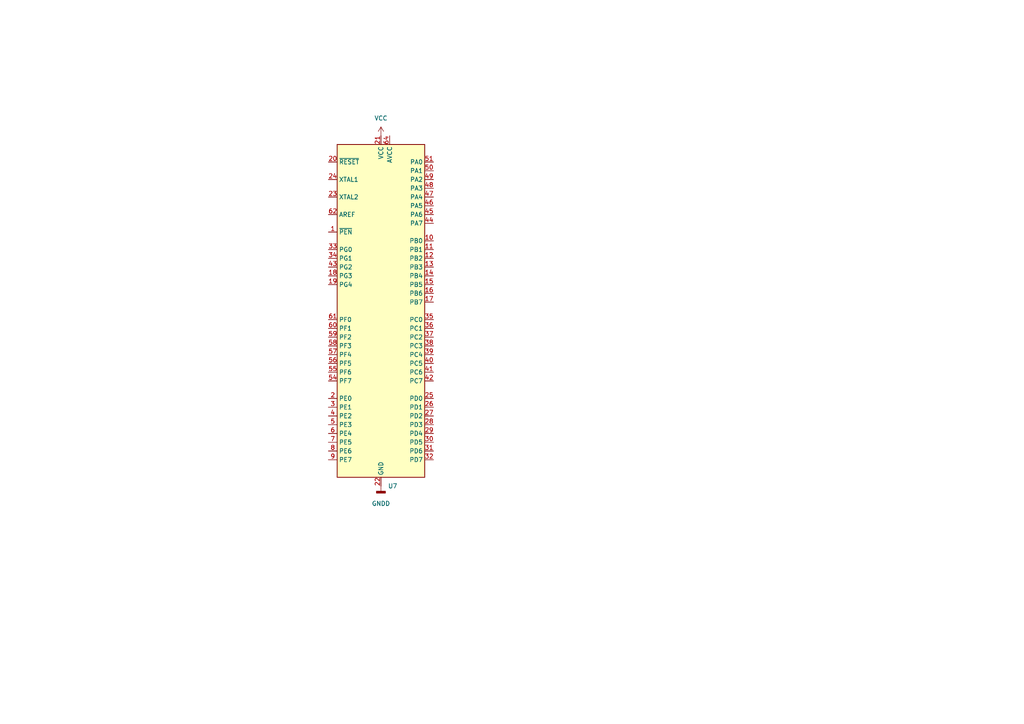
<source format=kicad_sch>
(kicad_sch (version 20211123) (generator eeschema)
  (paper "A4")
  (lib_symbols
    (symbol "MCU_Microchip_ATmega:ATmega128A-A"
      (property "Reference" "U" (at -12.7 49.53 0))
      (property "Value" "ATmega128A-A" (at 2.54 -49.53 0))
      (symbol "ATmega128A-A_0_1"
        (rectangle (start -12.7 -48.26) (end 12.7 48.26) (stroke (width 0.254)) (fill (type background)))
      )
      (symbol "ATmega128A-A_1_1"
        (pin input line (at -15.24 22.86 0) (length 2.54) (name "~{PEN}") (number "1"))
        (pin bidirectional line (at 15.24 20.32 180) (length 2.54) (name "PB0") (number "10"))
        (pin bidirectional line (at 15.24 17.78 180) (length 2.54) (name "PB1") (number "11"))
        (pin bidirectional line (at 15.24 15.24 180) (length 2.54) (name "PB2") (number "12"))
        (pin bidirectional line (at 15.24 12.7 180) (length 2.54) (name "PB3") (number "13"))
        (pin bidirectional line (at 15.24 10.16 180) (length 2.54) (name "PB4") (number "14"))
        (pin bidirectional line (at 15.24 7.62 180) (length 2.54) (name "PB5") (number "15"))
        (pin bidirectional line (at 15.24 5.08 180) (length 2.54) (name "PB6") (number "16"))
        (pin bidirectional line (at 15.24 2.54 180) (length 2.54) (name "PB7") (number "17"))
        (pin bidirectional line (at -15.24 10.16 0) (length 2.54) (name "PG3") (number "18"))
        (pin bidirectional line (at -15.24 7.62 0) (length 2.54) (name "PG4") (number "19"))
        (pin bidirectional line (at -15.24 -25.4 0) (length 2.54) (name "PE0") (number "2"))
        (pin input line (at -15.24 43.18 0) (length 2.54) (name "~{RESET}") (number "20"))
        (pin power_in line (at 0 50.8 270) (length 2.54) (name "VCC") (number "21"))
        (pin power_in line (at 0 -50.8 90) (length 2.54) (name "GND") (number "22"))
        (pin output line (at -15.24 33.02 0) (length 2.54) (name "XTAL2") (number "23"))
        (pin input line (at -15.24 38.1 0) (length 2.54) (name "XTAL1") (number "24"))
        (pin bidirectional line (at 15.24 -25.4 180) (length 2.54) (name "PD0") (number "25"))
        (pin bidirectional line (at 15.24 -27.94 180) (length 2.54) (name "PD1") (number "26"))
        (pin bidirectional line (at 15.24 -30.48 180) (length 2.54) (name "PD2") (number "27"))
        (pin bidirectional line (at 15.24 -33.02 180) (length 2.54) (name "PD3") (number "28"))
        (pin bidirectional line (at 15.24 -35.56 180) (length 2.54) (name "PD4") (number "29"))
        (pin bidirectional line (at -15.24 -27.94 0) (length 2.54) (name "PE1") (number "3"))
        (pin bidirectional line (at 15.24 -38.1 180) (length 2.54) (name "PD5") (number "30"))
        (pin bidirectional line (at 15.24 -40.64 180) (length 2.54) (name "PD6") (number "31"))
        (pin bidirectional line (at 15.24 -43.18 180) (length 2.54) (name "PD7") (number "32"))
        (pin bidirectional line (at -15.24 17.78 0) (length 2.54) (name "PG0") (number "33"))
        (pin bidirectional line (at -15.24 15.24 0) (length 2.54) (name "PG1") (number "34"))
        (pin bidirectional line (at 15.24 -2.54 180) (length 2.54) (name "PC0") (number "35"))
        (pin bidirectional line (at 15.24 -5.08 180) (length 2.54) (name "PC1") (number "36"))
        (pin bidirectional line (at 15.24 -7.62 180) (length 2.54) (name "PC2") (number "37"))
        (pin bidirectional line (at 15.24 -10.16 180) (length 2.54) (name "PC3") (number "38"))
        (pin bidirectional line (at 15.24 -12.7 180) (length 2.54) (name "PC4") (number "39"))
        (pin bidirectional line (at -15.24 -30.48 0) (length 2.54) (name "PE2") (number "4"))
        (pin bidirectional line (at 15.24 -15.24 180) (length 2.54) (name "PC5") (number "40"))
        (pin bidirectional line (at 15.24 -17.78 180) (length 2.54) (name "PC6") (number "41"))
        (pin bidirectional line (at 15.24 -20.32 180) (length 2.54) (name "PC7") (number "42"))
        (pin bidirectional line (at -15.24 12.7 0) (length 2.54) (name "PG2") (number "43"))
        (pin bidirectional line (at 15.24 25.4 180) (length 2.54) (name "PA7") (number "44"))
        (pin bidirectional line (at 15.24 27.94 180) (length 2.54) (name "PA6") (number "45"))
        (pin bidirectional line (at 15.24 30.48 180) (length 2.54) (name "PA5") (number "46"))
        (pin bidirectional line (at 15.24 33.02 180) (length 2.54) (name "PA4") (number "47"))
        (pin bidirectional line (at 15.24 35.56 180) (length 2.54) (name "PA3") (number "48"))
        (pin bidirectional line (at 15.24 38.1 180) (length 2.54) (name "PA2") (number "49"))
        (pin bidirectional line (at -15.24 -33.02 0) (length 2.54) (name "PE3") (number "5"))
        (pin bidirectional line (at 15.24 40.64 180) (length 2.54) (name "PA1") (number "50"))
        (pin bidirectional line (at 15.24 43.18 180) (length 2.54) (name "PA0") (number "51"))
        (pin passive line (at 0 50.8 270) (length 2.54) hide (name "VCC") (number "52"))
        (pin passive line (at 0 -50.8 90) (length 2.54) hide (name "GND") (number "53"))
        (pin bidirectional line (at -15.24 -20.32 0) (length 2.54) (name "PF7") (number "54"))
        (pin bidirectional line (at -15.24 -17.78 0) (length 2.54) (name "PF6") (number "55"))
        (pin bidirectional line (at -15.24 -15.24 0) (length 2.54) (name "PF5") (number "56"))
        (pin bidirectional line (at -15.24 -12.7 0) (length 2.54) (name "PF4") (number "57"))
        (pin bidirectional line (at -15.24 -10.16 0) (length 2.54) (name "PF3") (number "58"))
        (pin bidirectional line (at -15.24 -7.62 0) (length 2.54) (name "PF2") (number "59"))
        (pin bidirectional line (at -15.24 -35.56 0) (length 2.54) (name "PE4") (number "6"))
        (pin bidirectional line (at -15.24 -5.08 0) (length 2.54) (name "PF1") (number "60"))
        (pin bidirectional line (at -15.24 -2.54 0) (length 2.54) (name "PF0") (number "61"))
        (pin passive line (at -15.24 27.94 0) (length 2.54) (name "AREF") (number "62"))
        (pin passive line (at 0 -50.8 90) (length 2.54) hide (name "GND") (number "63"))
        (pin power_in line (at 2.54 50.8 270) (length 2.54) (name "AVCC") (number "64"))
        (pin bidirectional line (at -15.24 -38.1 0) (length 2.54) (name "PE5") (number "7"))
        (pin bidirectional line (at -15.24 -40.64 0) (length 2.54) (name "PE6") (number "8"))
        (pin bidirectional line (at -15.24 -43.18 0) (length 2.54) (name "PE7") (number "9"))
      )
    )
    (symbol "power:GNDD" (power) (pin_names (offset 0))
      (property "Value" "GNDD" (at 0 -3.175 0))
      (symbol "GNDD_0_1"
        (rectangle (start -1.27 -1.524) (end 1.27 -2.032) (stroke (width 0.254)) (fill (type outline)))
        (polyline (pts (xy 0 0) (xy 0 -1.524)))
      )
      (symbol "GNDD_1_1"
        (pin power_in line (at 0 0 270) (length 0) hide (name "GNDD") (number "1"))
      )
    )
    (symbol "power:VCC" (power) (pin_names (offset 0))
      (property "Value" "VCC" (at 0 3.81 0))
      (symbol "VCC_0_1"
        (polyline (pts (xy -0.762 1.27) (xy 0 2.54)))
        (polyline (pts (xy 0 0) (xy 0 2.54)))
        (polyline (pts (xy 0 2.54) (xy 0.762 1.27)))
      )
      (symbol "VCC_1_1"
        (pin power_in line (at 0 0 90) (length 0) hide (name "VCC") (number "1"))
      )
    )
  )
  (symbol (lib_id "MCU_Microchip_ATmega:ATmega128A-A") (at 110.49 90.17 0) (unit 1)
    (property "Reference" "U7" (at 112.5094 140.97 0) (effects (justify left)))
    (property "Datasheet" "http://ww1.microchip.com/downloads/en/DeviceDoc/Atmel-8151-8-bit-AVR-ATmega128A_Datasheet.pdf" (effects hide))
  )
  (symbol (lib_id "power:VCC") (at 110.49 39.37 0) (unit 1)
    (property "Reference" "#PWR0114" (effects hide))
  )
  (symbol (lib_id "power:GNDD") (at 110.49 140.97 0) (unit 1)
    (property "Reference" "#PWR0113" (effects hide))
  )
)
</source>
